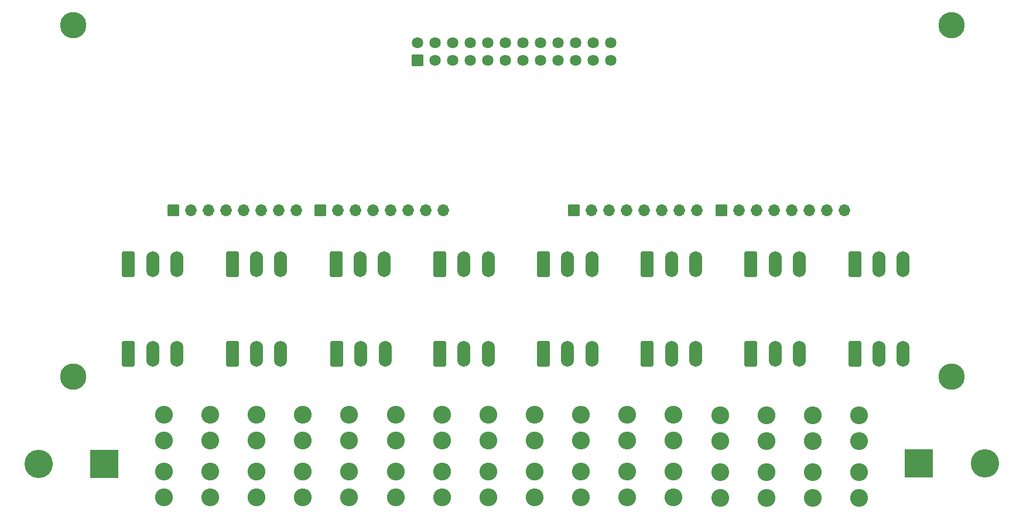
<source format=gbr>
G04 #@! TF.GenerationSoftware,KiCad,Pcbnew,(6.0.5)*
G04 #@! TF.CreationDate,2022-05-09T00:11:04-04:00*
G04 #@! TF.ProjectId,PB_16,50425f31-362e-46b6-9963-61645f706362,v1*
G04 #@! TF.SameCoordinates,Original*
G04 #@! TF.FileFunction,Soldermask,Bot*
G04 #@! TF.FilePolarity,Negative*
%FSLAX46Y46*%
G04 Gerber Fmt 4.6, Leading zero omitted, Abs format (unit mm)*
G04 Created by KiCad (PCBNEW (6.0.5)) date 2022-05-09 00:11:04*
%MOMM*%
%LPD*%
G01*
G04 APERTURE LIST*
G04 Aperture macros list*
%AMRoundRect*
0 Rectangle with rounded corners*
0 $1 Rounding radius*
0 $2 $3 $4 $5 $6 $7 $8 $9 X,Y pos of 4 corners*
0 Add a 4 corners polygon primitive as box body*
4,1,4,$2,$3,$4,$5,$6,$7,$8,$9,$2,$3,0*
0 Add four circle primitives for the rounded corners*
1,1,$1+$1,$2,$3*
1,1,$1+$1,$4,$5*
1,1,$1+$1,$6,$7*
1,1,$1+$1,$8,$9*
0 Add four rect primitives between the rounded corners*
20,1,$1+$1,$2,$3,$4,$5,0*
20,1,$1+$1,$4,$5,$6,$7,0*
20,1,$1+$1,$6,$7,$8,$9,0*
20,1,$1+$1,$8,$9,$2,$3,0*%
G04 Aperture macros list end*
%ADD10RoundRect,0.301000X-0.650000X-1.550000X0.650000X-1.550000X0.650000X1.550000X-0.650000X1.550000X0*%
%ADD11O,1.902000X3.702000*%
%ADD12C,2.577000*%
%ADD13RoundRect,0.051000X-0.800000X-0.800000X0.800000X-0.800000X0.800000X0.800000X-0.800000X0.800000X0*%
%ADD14O,1.702000X1.702000*%
%ADD15C,3.802000*%
%ADD16RoundRect,0.051000X2.000000X2.000000X-2.000000X2.000000X-2.000000X-2.000000X2.000000X-2.000000X0*%
%ADD17C,4.102000*%
%ADD18RoundRect,0.051000X-2.000000X-2.000000X2.000000X-2.000000X2.000000X2.000000X-2.000000X2.000000X0*%
%ADD19RoundRect,0.051000X-0.765000X-0.765000X0.765000X-0.765000X0.765000X0.765000X-0.765000X0.765000X0*%
%ADD20C,1.632000*%
G04 APERTURE END LIST*
D10*
X89100000Y-129600000D03*
D11*
X92600000Y-129600000D03*
X96100000Y-129600000D03*
D10*
X119100000Y-116600000D03*
D11*
X122600000Y-116600000D03*
X126100000Y-116600000D03*
D10*
X119214342Y-129600000D03*
D11*
X122714342Y-129600000D03*
X126214342Y-129600000D03*
D10*
X134100000Y-116600000D03*
D11*
X137600000Y-116600000D03*
X141100000Y-116600000D03*
D10*
X134100000Y-129600000D03*
D11*
X137600000Y-129600000D03*
X141100000Y-129600000D03*
D10*
X149100000Y-116600000D03*
D11*
X152600000Y-116600000D03*
X156100000Y-116600000D03*
D10*
X149100000Y-129600000D03*
D11*
X152600000Y-129600000D03*
X156100000Y-129600000D03*
D10*
X164100000Y-116600000D03*
D11*
X167600000Y-116600000D03*
X171100000Y-116600000D03*
D10*
X164100000Y-129600000D03*
D11*
X167600000Y-129600000D03*
X171100000Y-129600000D03*
D10*
X179100000Y-116600000D03*
D11*
X182600000Y-116600000D03*
X186100000Y-116600000D03*
D10*
X179100000Y-129600000D03*
D11*
X182600000Y-129600000D03*
X186100000Y-129600000D03*
D10*
X194100000Y-116600000D03*
D11*
X197600000Y-116600000D03*
X201100000Y-116600000D03*
D10*
X194100000Y-129600000D03*
D11*
X197600000Y-129600000D03*
X201100000Y-129600000D03*
D12*
X94222600Y-150288600D03*
X94222600Y-146588600D03*
X94222600Y-142088600D03*
X94222600Y-138388600D03*
X134425198Y-150298600D03*
X134425198Y-146598600D03*
X134425198Y-142098600D03*
X134425198Y-138398600D03*
X181328229Y-150363600D03*
X181328229Y-146663600D03*
X181328229Y-142163600D03*
X181328229Y-138463600D03*
X100923033Y-150303600D03*
X100923033Y-146603600D03*
X100923033Y-142103600D03*
X100923033Y-138403600D03*
X127724765Y-150298600D03*
X127724765Y-146598600D03*
X127724765Y-142098600D03*
X127724765Y-138398600D03*
X141125631Y-150298600D03*
X141125631Y-146598600D03*
X141125631Y-142098600D03*
X141125631Y-138398600D03*
X147826064Y-150298600D03*
X147826064Y-146598600D03*
X147826064Y-142098600D03*
X147826064Y-138398600D03*
X154526497Y-150298600D03*
X154526497Y-146598600D03*
X154526497Y-142098600D03*
X154526497Y-138398600D03*
X194729100Y-150363600D03*
X194729100Y-146663600D03*
X194729100Y-142163600D03*
X194729100Y-138463600D03*
X121024332Y-150298600D03*
X121024332Y-146598600D03*
X121024332Y-142098600D03*
X121024332Y-138398600D03*
X107623466Y-150303600D03*
X107623466Y-146603600D03*
X107623466Y-142103600D03*
X107623466Y-138403600D03*
X174627796Y-150363600D03*
X174627796Y-146663600D03*
X174627796Y-142163600D03*
X174627796Y-138463600D03*
D13*
X95561500Y-108813600D03*
D14*
X98101500Y-108813600D03*
X100641500Y-108813600D03*
X103181500Y-108813600D03*
X105721500Y-108813600D03*
X108261500Y-108813600D03*
X110801500Y-108813600D03*
X113341500Y-108813600D03*
D12*
X161226930Y-150298600D03*
X161226930Y-146598600D03*
X161226930Y-142098600D03*
X161226930Y-138398600D03*
D13*
X153486200Y-108813600D03*
D14*
X156026200Y-108813600D03*
X158566200Y-108813600D03*
X161106200Y-108813600D03*
X163646200Y-108813600D03*
X166186200Y-108813600D03*
X168726200Y-108813600D03*
X171266200Y-108813600D03*
D13*
X174812600Y-108813600D03*
D14*
X177352600Y-108813600D03*
X179892600Y-108813600D03*
X182432600Y-108813600D03*
X184972600Y-108813600D03*
X187512600Y-108813600D03*
X190052600Y-108813600D03*
X192592600Y-108813600D03*
D13*
X116852700Y-108813600D03*
D14*
X119392700Y-108813600D03*
X121932700Y-108813600D03*
X124472700Y-108813600D03*
X127012700Y-108813600D03*
X129552700Y-108813600D03*
X132092700Y-108813600D03*
X134632700Y-108813600D03*
D12*
X114323899Y-150303600D03*
X114323899Y-146603600D03*
X114323899Y-142103600D03*
X114323899Y-138403600D03*
D10*
X89100000Y-116600000D03*
D11*
X92600000Y-116600000D03*
X96100000Y-116600000D03*
D10*
X104100000Y-116600000D03*
D11*
X107600000Y-116600000D03*
X111100000Y-116600000D03*
D10*
X104100000Y-129600000D03*
D11*
X107600000Y-129600000D03*
X111100000Y-129600000D03*
D12*
X188028662Y-150363600D03*
X188028662Y-146663600D03*
X188028662Y-142163600D03*
X188028662Y-138463600D03*
X167927363Y-150298600D03*
X167927363Y-146598600D03*
X167927363Y-142098600D03*
X167927363Y-138398600D03*
D15*
X81113000Y-82066600D03*
X208113000Y-82066600D03*
D16*
X85601000Y-145517800D03*
D17*
X76101000Y-145517800D03*
D15*
X208127600Y-132866600D03*
D18*
X203401000Y-145417800D03*
D17*
X212901000Y-145417800D03*
D19*
X130931000Y-87160300D03*
D20*
X130931000Y-84620300D03*
X133471000Y-87160300D03*
X133471000Y-84620300D03*
X136011000Y-87160300D03*
X136011000Y-84620300D03*
X138551000Y-87160300D03*
X138551000Y-84620300D03*
X141091000Y-87160300D03*
X141091000Y-84620300D03*
X143631000Y-87160300D03*
X143631000Y-84620300D03*
X146171000Y-87160300D03*
X146171000Y-84620300D03*
X148711000Y-87160300D03*
X148711000Y-84620300D03*
X151251000Y-87160300D03*
X151251000Y-84620300D03*
X153791000Y-87160300D03*
X153791000Y-84620300D03*
X156331000Y-87160300D03*
X156331000Y-84620300D03*
X158871000Y-87160300D03*
X158871000Y-84620300D03*
D15*
X81127600Y-132866600D03*
M02*

</source>
